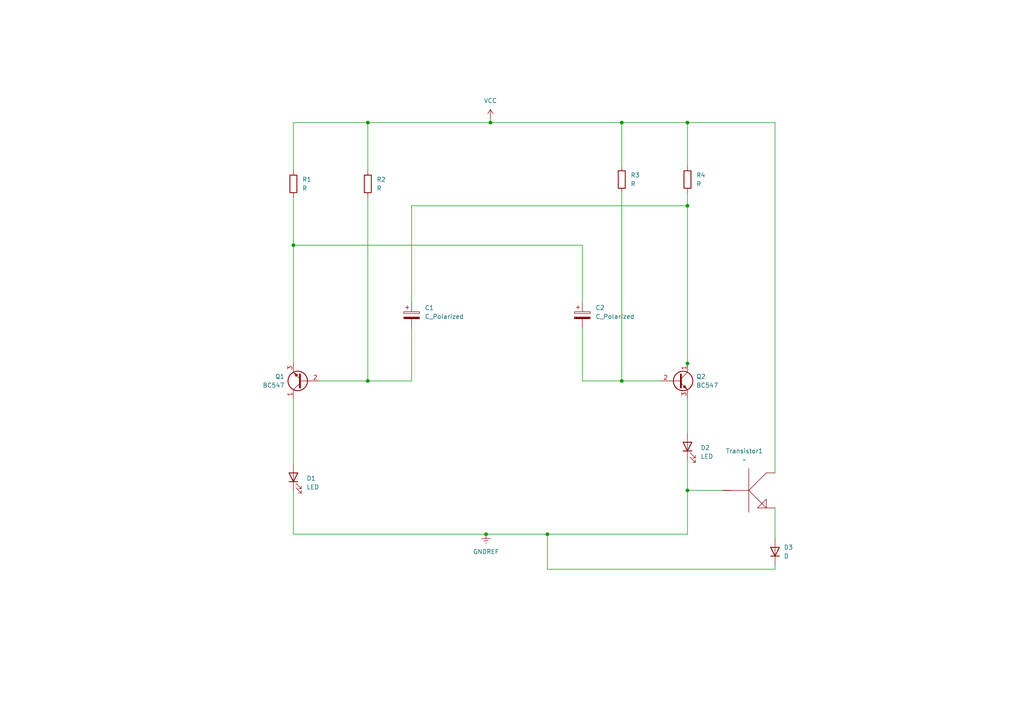
<source format=kicad_sch>
(kicad_sch (version 20250114) (generator "eeschema") (generator_version "9.0")
  (paper "A4")
  (lib_symbols
    (symbol "Device:C_Polarized" (pin_numbers (hide yes)) (pin_names (offset 0.254))
      (property "Reference" "C" (at 0.635 2.54 0))
      (property "Value" "C_Polarized" (at 0.635 -2.54 0))
      (symbol "C_Polarized_0_1"
        (rectangle (start -2.286 0.508) (end 2.286 1.016))
        (polyline (pts (xy -1.778 2.286) (xy -0.762 2.286)))
        (polyline (pts (xy -1.27 2.794) (xy -1.27 1.778)))
        (rectangle (start 2.286 -0.508) (end -2.286 -1.016) (fill (type outline)))
      )
      (symbol "C_Polarized_1_1"
        (pin passive line (at 0 3.81 270) (length 2.794) (name "~") (number "1"))
        (pin passive line (at 0 -3.81 90) (length 2.794) (name "~") (number "2"))
      )
    )
    (symbol "Device:D" (pin_numbers (hide yes)) (pin_names (offset 1.016) (hide yes))
      (property "Reference" "D" (at 0 2.54 0))
      (property "Value" "D" (at 0 -2.54 0))
      (symbol "D_0_1"
        (polyline (pts (xy -1.27 1.27) (xy -1.27 -1.27)) (stroke (width 0.254)))
        (polyline (pts (xy 1.27 1.27) (xy 1.27 -1.27) (xy -1.27 0) (xy 1.27 1.27)) (stroke (width 0.254)))
        (polyline (pts (xy 1.27 0) (xy -1.27 0)))
      )
      (symbol "D_1_1"
        (pin passive line (at -3.81 0 0) (length 2.54) (name "K") (number "1"))
        (pin passive line (at 3.81 0 180) (length 2.54) (name "A") (number "2"))
      )
    )
    (symbol "Device:LED" (pin_numbers (hide yes)) (pin_names (offset 1.016) (hide yes))
      (property "Reference" "D" (at 0 2.54 0))
      (property "Value" "LED" (at 0 -2.54 0))
      (symbol "LED_0_1"
        (polyline (pts (xy -3.048 -0.762) (xy -4.572 -2.286) (xy -3.81 -2.286) (xy -4.572 -2.286) (xy -4.572 -1.524)))
        (polyline (pts (xy -1.778 -0.762) (xy -3.302 -2.286) (xy -2.54 -2.286) (xy -3.302 -2.286) (xy -3.302 -1.524)))
        (polyline (pts (xy -1.27 0) (xy 1.27 0)))
        (polyline (pts (xy -1.27 -1.27) (xy -1.27 1.27)) (stroke (width 0.254)))
        (polyline (pts (xy 1.27 -1.27) (xy 1.27 1.27) (xy -1.27 0) (xy 1.27 -1.27)) (stroke (width 0.254)))
      )
      (symbol "LED_1_1"
        (pin passive line (at -3.81 0 0) (length 2.54) (name "K") (number "1"))
        (pin passive line (at 3.81 0 180) (length 2.54) (name "A") (number "2"))
      )
    )
    (symbol "Device:R" (pin_numbers (hide yes)) (pin_names (offset 0))
      (property "Reference" "R" (at 2.032 0 90))
      (property "Value" "R" (at 0 0 90))
      (symbol "R_0_1"
        (rectangle (start -1.016 -2.54) (end 1.016 2.54) (stroke (width 0.254)))
      )
      (symbol "R_1_1"
        (pin passive line (at 0 3.81 270) (length 1.27) (name "~") (number "1"))
        (pin passive line (at 0 -3.81 90) (length 1.27) (name "~") (number "2"))
      )
    )
    (symbol "New_Library.kicad_sym APA AJA:transistor"
      (property "Reference" "Transistor" (at -0.254 -10.668 0))
      (symbol "transistor_0_1"
        (polyline (pts (xy -7.62 0) (xy 0 0) (xy 0 6.35)))
        (polyline (pts (xy -6.35 0) (xy -6.35 0)))
      )
      (symbol "transistor_1_1"
        (polyline (pts (xy 0 0) (xy 0 -6.35)))
        (polyline (pts (xy 0 0) (xy 5.08 5.08)))
        (polyline (pts (xy 0 0) (xy 5.08 -5.08)))
        (polyline (pts (xy 5.08 -2.54) (xy 2.54 -5.08) (xy 5.08 -5.08)))
        (polyline (pts (xy 5.08 -5.08) (xy 5.08 -2.54)))
        (pin input line (at -7.62 0 0) (length 2.54) (name "") (number ""))
        (pin input line (at 7.62 5.08 180) (length 2.54) (name "") (number ""))
        (pin output line (at 7.62 -5.08 180) (length 2.54) (name "") (number ""))
      )
    )
    (symbol "Transistor_BJT:BC547" (pin_names (offset 0) (hide yes))
      (property "Reference" "Q" (at 5.08 1.905 0))
      (property "Value" "BC547" (at 5.08 0 0))
      (symbol "BC547_0_1"
        (polyline (pts (xy -2.54 0) (xy 0.635 0)))
        (polyline (pts (xy 0.635 1.905) (xy 0.635 -1.905)) (stroke (width 0.508)))
        (circle (center 1.27 0) (radius 2.8194) (stroke (width 0.254)))
      )
      (symbol "BC547_1_1"
        (polyline (pts (xy 0.635 0.635) (xy 2.54 2.54)))
        (polyline (pts (xy 0.635 -0.635) (xy 2.54 -2.54)))
        (polyline (pts (xy 1.27 -1.778) (xy 1.778 -1.27) (xy 2.286 -2.286) (xy 1.27 -1.778)) (fill (type outline)))
        (pin input line (at -5.08 0 0) (length 2.54) (name "B") (number "2"))
        (pin passive line (at 2.54 5.08 270) (length 2.54) (name "C") (number "1"))
        (pin passive line (at 2.54 -5.08 90) (length 2.54) (name "E") (number "3"))
      )
    )
    (symbol "power:GNDREF" (power) (pin_numbers (hide yes)) (pin_names (offset 0) (hide yes))
      (property "Value" "GNDREF" (at 0 -3.81 0))
      (symbol "GNDREF_0_1"
        (polyline (pts (xy -0.635 -1.905) (xy 0.635 -1.905)))
        (polyline (pts (xy -0.127 -2.54) (xy 0.127 -2.54)))
        (polyline (pts (xy 0 -1.27) (xy 0 0)))
        (polyline (pts (xy 1.27 -1.27) (xy -1.27 -1.27)))
      )
      (symbol "GNDREF_1_1"
        (pin power_in line (at 0 0 270) (length 0) (name "~") (number "1"))
      )
    )
    (symbol "power:VCC" (power) (pin_numbers (hide yes)) (pin_names (offset 0) (hide yes))
      (property "Value" "VCC" (at 0 3.556 0))
      (symbol "VCC_0_1"
        (polyline (pts (xy -0.762 1.27) (xy 0 2.54)))
        (polyline (pts (xy 0 2.54) (xy 0.762 1.27)))
        (polyline (pts (xy 0 0) (xy 0 2.54)))
      )
      (symbol "VCC_1_1"
        (pin power_in line (at 0 0 90) (length 0) (name "~") (number "1"))
      )
    )
  )
  (junction (at 106.68 35.56))
  (junction (at 106.68 110.49))
  (junction (at 85.09 71.12))
  (junction (at 199.39 59.69))
  (junction (at 199.39 35.56))
  (junction (at 140.97 154.94))
  (junction (at 158.75 154.94))
  (junction (at 180.34 110.49))
  (junction (at 199.39 142.24))
  (junction (at 142.24 35.56))
  (junction (at 199.39 105.41))
  (junction (at 180.34 35.56))
  (wire (pts (xy 199.39 115.57) (xy 199.39 125.73)))
  (wire (pts (xy 224.79 165.1) (xy 158.75 165.1)))
  (wire (pts (xy 85.09 49.53) (xy 85.09 35.56)))
  (wire (pts (xy 106.68 110.49) (xy 119.38 110.49)))
  (wire (pts (xy 168.91 110.49) (xy 180.34 110.49)))
  (wire (pts (xy 85.09 57.15) (xy 85.09 71.12)))
  (wire (pts (xy 224.79 163.83) (xy 224.79 165.1)))
  (wire (pts (xy 180.34 110.49) (xy 191.77 110.49)))
  (wire (pts (xy 106.68 57.15) (xy 106.68 110.49)))
  (wire (pts (xy 199.39 133.35) (xy 199.39 142.24)))
  (wire (pts (xy 85.09 105.41) (xy 85.09 71.12)))
  (wire (pts (xy 142.24 35.56) (xy 180.34 35.56)))
  (wire (pts (xy 168.91 95.25) (xy 168.91 110.49)))
  (wire (pts (xy 180.34 35.56) (xy 180.34 48.26)))
  (wire (pts (xy 119.38 110.49) (xy 119.38 95.25)))
  (wire (pts (xy 140.97 154.94) (xy 85.09 154.94)))
  (wire (pts (xy 106.68 35.56) (xy 142.24 35.56)))
  (wire (pts (xy 119.38 59.69) (xy 199.39 59.69)))
  (wire (pts (xy 92.71 110.49) (xy 106.68 110.49)))
  (wire (pts (xy 168.91 87.63) (xy 168.91 71.12)))
  (wire (pts (xy 199.39 142.24) (xy 199.39 154.94)))
  (wire (pts (xy 199.39 59.69) (xy 199.39 105.41)))
  (wire (pts (xy 158.75 154.94) (xy 140.97 154.94)))
  (wire (pts (xy 168.91 71.12) (xy 85.09 71.12)))
  (wire (pts (xy 209.55 142.24) (xy 199.39 142.24)))
  (wire (pts (xy 180.34 35.56) (xy 199.39 35.56)))
  (wire (pts (xy 158.75 165.1) (xy 158.75 154.94)))
  (wire (pts (xy 142.24 34.29) (xy 142.24 35.56)))
  (wire (pts (xy 85.09 35.56) (xy 106.68 35.56)))
  (wire (pts (xy 224.79 147.32) (xy 224.79 156.21)))
  (wire (pts (xy 119.38 87.63) (xy 119.38 59.69)))
  (wire (pts (xy 85.09 154.94) (xy 85.09 142.24)))
  (wire (pts (xy 199.39 154.94) (xy 158.75 154.94)))
  (wire (pts (xy 106.68 35.56) (xy 106.68 49.53)))
  (wire (pts (xy 199.39 59.69) (xy 199.39 55.88)))
  (wire (pts (xy 85.09 115.57) (xy 85.09 134.62)))
  (wire (pts (xy 180.34 55.88) (xy 180.34 110.49)))
  (wire (pts (xy 199.39 105.41) (xy 199.39 106.68)))
  (wire (pts (xy 224.79 35.56) (xy 199.39 35.56)))
  (wire (pts (xy 224.79 137.16) (xy 224.79 35.56)))
  (wire (pts (xy 199.39 35.56) (xy 199.39 48.26)))
  (symbol (lib_id "Device:R") (at 85.09 53.34 0) (unit 1)
    (property "Reference" "R1" (at 87.63 52.0699 0) (effects (justify left)))
    (property "Value" "R" (at 87.63 54.6099 0) (effects (justify left)))
    (property "Description" "Resistor" (effects (hide yes)))
  )
  (symbol (lib_id "Device:C_Polarized") (at 168.91 91.44 0) (unit 1)
    (property "Reference" "C2" (at 172.72 89.2809 0) (effects (justify left)))
    (property "Value" "C_Polarized" (at 172.72 91.8209 0) (effects (justify left)))
    (property "Description" "Polarized capacitor" (effects (hide yes)))
  )
  (symbol (lib_id "New_Library.kicad_sym APA AJA:transistor") (at 217.17 142.24 0) (unit 1)
    (property "Reference" "Transistor1" (at 215.9 130.81 0))
    (property "Value" "~" (at 215.9 133.35 0))
  )
  (symbol (lib_id "Device:D") (at 224.79 160.02 90) (unit 1)
    (property "Reference" "D3" (at 227.33 158.7499 90) (effects (justify right)))
    (property "Value" "D" (at 227.33 161.2899 90) (effects (justify right)))
    (property "Description" "Diode" (effects (hide yes)))
    (property "Sim.Device" "D" (effects (hide yes)))
    (property "Sim.Pins" "1=K 2=A" (effects (hide yes)))
  )
  (symbol (lib_id "power:GNDREF") (at 140.97 154.94 0) (unit 1)
    (property "Reference" "#PWR01" (effects (hide yes)))
    (property "Value" "GNDREF" (at 140.97 160.02 0))
    (property "Description" "Power symbol creates a global label with name \"GNDREF\" , reference supply ground" (effects (hide yes)))
  )
  (symbol (lib_id "Device:R") (at 199.39 52.07 0) (unit 1)
    (property "Reference" "R4" (at 201.93 50.7999 0) (effects (justify left)))
    (property "Value" "R" (at 201.93 53.3399 0) (effects (justify left)))
    (property "Description" "Resistor" (effects (hide yes)))
  )
  (symbol (lib_id "Transistor_BJT:BC547") (at 196.85 110.49 0) (unit 1)
    (property "Reference" "Q2" (at 201.93 109.2199 0) (effects (justify left)))
    (property "Value" "BC547" (at 201.93 111.7599 0) (effects (justify left)))
    (property "Footprint" "Package_TO_SOT_THT:TO-92_Inline" (effects (hide yes)))
    (property "Datasheet" "https://www.onsemi.com/pub/Collateral/BC550-D.pdf" (effects (hide yes)))
    (property "Description" "0.1A Ic, 45V Vce, Small Signal NPN Transistor, TO-92" (effects (hide yes)))
  )
  (symbol (lib_id "Device:R") (at 106.68 53.34 0) (unit 1)
    (property "Reference" "R2" (at 109.22 52.0699 0) (effects (justify left)))
    (property "Value" "R" (at 109.22 54.6099 0) (effects (justify left)))
    (property "Description" "Resistor" (effects (hide yes)))
  )
  (symbol (lib_id "power:VCC") (at 142.24 34.29 0) (unit 1)
    (property "Reference" "#PWR03" (effects (hide yes)))
    (property "Value" "VCC" (at 142.24 29.21 0))
    (property "Description" "Power symbol creates a global label with name \"VCC\"" (effects (hide yes)))
  )
  (symbol (lib_id "Device:C_Polarized") (at 119.38 91.44 0) (unit 1)
    (property "Reference" "C1" (at 123.19 89.2809 0) (effects (justify left)))
    (property "Value" "C_Polarized" (at 123.19 91.8209 0) (effects (justify left)))
    (property "Description" "Polarized capacitor" (effects (hide yes)))
  )
  (symbol (lib_id "Device:LED") (at 199.39 129.54 90) (unit 1)
    (property "Reference" "D2" (at 203.2 129.8574 90) (effects (justify right)))
    (property "Value" "LED" (at 203.2 132.3974 90) (effects (justify right)))
    (property "Description" "Light emitting diode" (effects (hide yes)))
    (property "Sim.Pins" "1=K 2=A" (effects (hide yes)))
  )
  (symbol (lib_id "Transistor_BJT:BC547") (at 87.63 110.49 180) (unit 1)
    (property "Reference" "Q1" (at 82.55 109.2199 0) (effects (justify left)))
    (property "Value" "BC547" (at 82.55 111.7599 0) (effects (justify left)))
    (property "Footprint" "Package_TO_SOT_THT:TO-92_Inline" (effects (hide yes)))
    (property "Datasheet" "https://www.onsemi.com/pub/Collateral/BC550-D.pdf" (effects (hide yes)))
    (property "Description" "0.1A Ic, 45V Vce, Small Signal NPN Transistor, TO-92" (effects (hide yes)))
  )
  (symbol (lib_id "Device:LED") (at 85.09 138.43 90) (unit 1)
    (property "Reference" "D1" (at 88.9 138.7474 90) (effects (justify right)))
    (property "Value" "LED" (at 88.9 141.2874 90) (effects (justify right)))
    (property "Description" "Light emitting diode" (effects (hide yes)))
    (property "Sim.Pins" "1=K 2=A" (effects (hide yes)))
  )
  (symbol (lib_id "Device:R") (at 180.34 52.07 0) (unit 1)
    (property "Reference" "R3" (at 182.88 50.7999 0) (effects (justify left)))
    (property "Value" "R" (at 182.88 53.3399 0) (effects (justify left)))
    (property "Description" "Resistor" (effects (hide yes)))
  )
)
</source>
